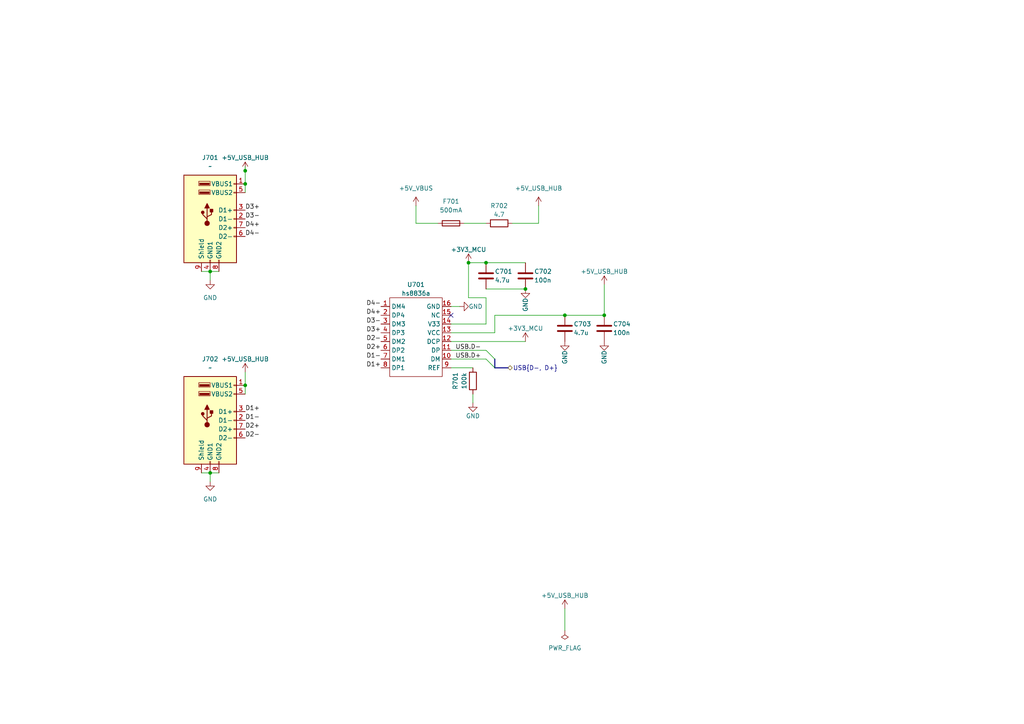
<source format=kicad_sch>
(kicad_sch (version 20221004) (generator eeschema)

  (uuid e57a3056-c728-4085-873b-3f197b64163b)

  (paper "A4")

  (lib_symbols
    (symbol "Connector:USB_A_Stacked" (pin_names (offset 1.016)) (in_bom yes) (on_board yes)
      (property "Reference" "J" (at 0 15.875 0)
        (effects (font (size 1.27 1.27)))
      )
      (property "Value" "USB_A_Stacked" (at 0 13.97 0)
        (effects (font (size 1.27 1.27)))
      )
      (property "Footprint" "" (at 3.81 -13.97 0)
        (effects (font (size 1.27 1.27)) (justify left) hide)
      )
      (property "Datasheet" " ~" (at 5.08 1.27 0)
        (effects (font (size 1.27 1.27)) hide)
      )
      (property "ki_keywords" "connector USB" (at 0 0 0)
        (effects (font (size 1.27 1.27)) hide)
      )
      (property "ki_description" "USB Type A connector, stacked" (at 0 0 0)
        (effects (font (size 1.27 1.27)) hide)
      )
      (property "ki_fp_filters" "USB*" (at 0 0 0)
        (effects (font (size 1.27 1.27)) hide)
      )
      (symbol "USB_A_Stacked_0_1"
        (rectangle (start -7.62 12.7) (end 7.62 -12.7)
          (stroke (width 0.254) (type default))
          (fill (type background))
        )
        (circle (center -2.159 1.905) (radius 0.381)
          (stroke (width 0.254) (type default))
          (fill (type outline))
        )
        (circle (center -0.889 -1.27) (radius 0.635)
          (stroke (width 0.254) (type default))
          (fill (type outline))
        )
        (rectangle (start -0.254 7.366) (end -3.048 7.874)
          (stroke (width 0) (type default))
          (fill (type outline))
        )
        (rectangle (start -0.254 9.906) (end -3.048 10.414)
          (stroke (width 0) (type default))
          (fill (type outline))
        )
        (rectangle (start -0.127 -12.7) (end 0.127 -11.938)
          (stroke (width 0) (type default))
          (fill (type none))
        )
        (polyline
          (pts
            (xy -1.524 3.175)
            (xy -0.254 3.175)
            (xy -0.889 4.445)
            (xy -1.524 3.175)
          )
          (stroke (width 0.254) (type default))
          (fill (type outline))
        )
        (polyline
          (pts
            (xy -0.889 -0.635)
            (xy -0.889 0)
            (xy -2.159 1.27)
            (xy -2.159 1.905)
          )
          (stroke (width 0.254) (type default))
          (fill (type none))
        )
        (polyline
          (pts
            (xy -0.889 0)
            (xy -0.889 0.635)
            (xy 0.381 1.27)
            (xy 0.381 2.54)
          )
          (stroke (width 0.254) (type default))
          (fill (type none))
        )
        (rectangle (start 0 2.794) (end 0.762 2.032)
          (stroke (width 0.254) (type default))
          (fill (type outline))
        )
        (rectangle (start 0 7.112) (end -3.302 8.382)
          (stroke (width 0) (type default))
          (fill (type none))
        )
        (rectangle (start 0 9.652) (end -3.302 10.922)
          (stroke (width 0) (type default))
          (fill (type none))
        )
        (rectangle (start 2.413 -12.7) (end 2.667 -11.938)
          (stroke (width 0) (type default))
          (fill (type none))
        )
        (rectangle (start 7.62 -5.207) (end 6.858 -4.953)
          (stroke (width 0) (type default))
          (fill (type none))
        )
        (rectangle (start 7.62 -2.667) (end 6.858 -2.413)
          (stroke (width 0) (type default))
          (fill (type none))
        )
        (rectangle (start 7.62 -0.127) (end 6.858 0.127)
          (stroke (width 0) (type default))
          (fill (type none))
        )
        (rectangle (start 7.62 2.413) (end 6.858 2.667)
          (stroke (width 0) (type default))
          (fill (type none))
        )
        (rectangle (start 7.62 7.493) (end 6.858 7.747)
          (stroke (width 0) (type default))
          (fill (type none))
        )
        (rectangle (start 7.62 10.033) (end 6.858 10.287)
          (stroke (width 0) (type default))
          (fill (type none))
        )
      )
      (symbol "USB_A_Stacked_1_1"
        (polyline
          (pts
            (xy -0.889 0.635)
            (xy -0.889 3.175)
          )
          (stroke (width 0.254) (type default))
          (fill (type none))
        )
        (pin power_in line (at 10.16 10.16 180) (length 2.54)
          (name "VBUS1" (effects (font (size 1.27 1.27))))
          (number "1" (effects (font (size 1.27 1.27))))
        )
        (pin bidirectional line (at 10.16 0 180) (length 2.54)
          (name "D1-" (effects (font (size 1.27 1.27))))
          (number "2" (effects (font (size 1.27 1.27))))
        )
        (pin bidirectional line (at 10.16 2.54 180) (length 2.54)
          (name "D1+" (effects (font (size 1.27 1.27))))
          (number "3" (effects (font (size 1.27 1.27))))
        )
        (pin power_in line (at 0 -15.24 90) (length 2.54)
          (name "GND1" (effects (font (size 1.27 1.27))))
          (number "4" (effects (font (size 1.27 1.27))))
        )
        (pin power_in line (at 10.16 7.62 180) (length 2.54)
          (name "VBUS2" (effects (font (size 1.27 1.27))))
          (number "5" (effects (font (size 1.27 1.27))))
        )
        (pin bidirectional line (at 10.16 -5.08 180) (length 2.54)
          (name "D2-" (effects (font (size 1.27 1.27))))
          (number "6" (effects (font (size 1.27 1.27))))
        )
        (pin bidirectional line (at 10.16 -2.54 180) (length 2.54)
          (name "D2+" (effects (font (size 1.27 1.27))))
          (number "7" (effects (font (size 1.27 1.27))))
        )
        (pin power_in line (at 2.54 -15.24 90) (length 2.54)
          (name "GND2" (effects (font (size 1.27 1.27))))
          (number "8" (effects (font (size 1.27 1.27))))
        )
        (pin passive line (at -2.54 -15.24 90) (length 2.54)
          (name "Shield" (effects (font (size 1.27 1.27))))
          (number "9" (effects (font (size 1.27 1.27))))
        )
      )
    )
    (symbol "Device:C" (pin_numbers hide) (pin_names (offset 0.254)) (in_bom yes) (on_board yes)
      (property "Reference" "C" (at 0.635 2.54 0)
        (effects (font (size 1.27 1.27)) (justify left))
      )
      (property "Value" "C" (at 0.635 -2.54 0)
        (effects (font (size 1.27 1.27)) (justify left))
      )
      (property "Footprint" "" (at 0.9652 -3.81 0)
        (effects (font (size 1.27 1.27)) hide)
      )
      (property "Datasheet" "~" (at 0 0 0)
        (effects (font (size 1.27 1.27)) hide)
      )
      (property "ki_keywords" "cap capacitor" (at 0 0 0)
        (effects (font (size 1.27 1.27)) hide)
      )
      (property "ki_description" "Unpolarized capacitor" (at 0 0 0)
        (effects (font (size 1.27 1.27)) hide)
      )
      (property "ki_fp_filters" "C_*" (at 0 0 0)
        (effects (font (size 1.27 1.27)) hide)
      )
      (symbol "C_0_1"
        (polyline
          (pts
            (xy -2.032 -0.762)
            (xy 2.032 -0.762)
          )
          (stroke (width 0.508) (type default))
          (fill (type none))
        )
        (polyline
          (pts
            (xy -2.032 0.762)
            (xy 2.032 0.762)
          )
          (stroke (width 0.508) (type default))
          (fill (type none))
        )
      )
      (symbol "C_1_1"
        (pin passive line (at 0 3.81 270) (length 2.794)
          (name "~" (effects (font (size 1.27 1.27))))
          (number "1" (effects (font (size 1.27 1.27))))
        )
        (pin passive line (at 0 -3.81 90) (length 2.794)
          (name "~" (effects (font (size 1.27 1.27))))
          (number "2" (effects (font (size 1.27 1.27))))
        )
      )
    )
    (symbol "Device:Fuse" (pin_numbers hide) (pin_names (offset 0)) (in_bom yes) (on_board yes)
      (property "Reference" "F" (at 2.032 0 90)
        (effects (font (size 1.27 1.27)))
      )
      (property "Value" "Fuse" (at -1.905 0 90)
        (effects (font (size 1.27 1.27)))
      )
      (property "Footprint" "" (at -1.778 0 90)
        (effects (font (size 1.27 1.27)) hide)
      )
      (property "Datasheet" "~" (at 0 0 0)
        (effects (font (size 1.27 1.27)) hide)
      )
      (property "ki_keywords" "fuse" (at 0 0 0)
        (effects (font (size 1.27 1.27)) hide)
      )
      (property "ki_description" "Fuse" (at 0 0 0)
        (effects (font (size 1.27 1.27)) hide)
      )
      (property "ki_fp_filters" "*Fuse*" (at 0 0 0)
        (effects (font (size 1.27 1.27)) hide)
      )
      (symbol "Fuse_0_1"
        (rectangle (start -0.762 -2.54) (end 0.762 2.54)
          (stroke (width 0.254) (type default))
          (fill (type none))
        )
        (polyline
          (pts
            (xy 0 2.54)
            (xy 0 -2.54)
          )
          (stroke (width 0) (type default))
          (fill (type none))
        )
      )
      (symbol "Fuse_1_1"
        (pin passive line (at 0 3.81 270) (length 1.27)
          (name "~" (effects (font (size 1.27 1.27))))
          (number "1" (effects (font (size 1.27 1.27))))
        )
        (pin passive line (at 0 -3.81 90) (length 1.27)
          (name "~" (effects (font (size 1.27 1.27))))
          (number "2" (effects (font (size 1.27 1.27))))
        )
      )
    )
    (symbol "Device:R" (pin_numbers hide) (pin_names (offset 0)) (in_bom yes) (on_board yes)
      (property "Reference" "R" (at 2.032 0 90)
        (effects (font (size 1.27 1.27)))
      )
      (property "Value" "R" (at 0 0 90)
        (effects (font (size 1.27 1.27)))
      )
      (property "Footprint" "" (at -1.778 0 90)
        (effects (font (size 1.27 1.27)) hide)
      )
      (property "Datasheet" "~" (at 0 0 0)
        (effects (font (size 1.27 1.27)) hide)
      )
      (property "ki_keywords" "R res resistor" (at 0 0 0)
        (effects (font (size 1.27 1.27)) hide)
      )
      (property "ki_description" "Resistor" (at 0 0 0)
        (effects (font (size 1.27 1.27)) hide)
      )
      (property "ki_fp_filters" "R_*" (at 0 0 0)
        (effects (font (size 1.27 1.27)) hide)
      )
      (symbol "R_0_1"
        (rectangle (start -1.016 -2.54) (end 1.016 2.54)
          (stroke (width 0.254) (type default))
          (fill (type none))
        )
      )
      (symbol "R_1_1"
        (pin passive line (at 0 3.81 270) (length 1.27)
          (name "~" (effects (font (size 1.27 1.27))))
          (number "1" (effects (font (size 1.27 1.27))))
        )
        (pin passive line (at 0 -3.81 90) (length 1.27)
          (name "~" (effects (font (size 1.27 1.27))))
          (number "2" (effects (font (size 1.27 1.27))))
        )
      )
    )
    (symbol "HS8836A:hs8836a" (in_bom yes) (on_board yes)
      (property "Reference" "U" (at 0 0 0)
        (effects (font (size 1.27 1.27)))
      )
      (property "Value" "hs8836a" (at 0 -2.54 0)
        (effects (font (size 1.27 1.27)))
      )
      (property "Footprint" "Package_SO:SOP-16_3.9x9.9mm_P1.27mm" (at 0 0 0)
        (effects (font (size 1.27 1.27)) hide)
      )
      (property "Datasheet" "" (at 0 0 0)
        (effects (font (size 1.27 1.27)) hide)
      )
      (symbol "hs8836a_0_1"
        (rectangle (start -7.62 -6.35) (end 7.62 -29.21)
          (stroke (width 0) (type default))
          (fill (type none))
        )
      )
      (symbol "hs8836a_1_1"
        (pin bidirectional line (at -10.16 -8.89 0) (length 2.54)
          (name "DM4" (effects (font (size 1.27 1.27))))
          (number "1" (effects (font (size 1.27 1.27))))
        )
        (pin bidirectional line (at 10.16 -24.13 180) (length 2.54)
          (name "DM" (effects (font (size 1.27 1.27))))
          (number "10" (effects (font (size 1.27 1.27))))
        )
        (pin bidirectional line (at 10.16 -21.59 180) (length 2.54)
          (name "DP" (effects (font (size 1.27 1.27))))
          (number "11" (effects (font (size 1.27 1.27))))
        )
        (pin power_out line (at 10.16 -19.05 180) (length 2.54)
          (name "DCP" (effects (font (size 1.27 1.27))))
          (number "12" (effects (font (size 1.27 1.27))))
        )
        (pin power_in line (at 10.16 -16.51 180) (length 2.54)
          (name "VCC" (effects (font (size 1.27 1.27))))
          (number "13" (effects (font (size 1.27 1.27))))
        )
        (pin power_in line (at 10.16 -13.97 180) (length 2.54)
          (name "V33" (effects (font (size 1.27 1.27))))
          (number "14" (effects (font (size 1.27 1.27))))
        )
        (pin power_in line (at 10.16 -11.43 180) (length 2.54)
          (name "NC" (effects (font (size 1.27 1.27))))
          (number "15" (effects (font (size 1.27 1.27))))
        )
        (pin power_in line (at 10.16 -8.89 180) (length 2.54)
          (name "GND" (effects (font (size 1.27 1.27))))
          (number "16" (effects (font (size 1.27 1.27))))
        )
        (pin bidirectional line (at -10.16 -11.43 0) (length 2.54)
          (name "DP4" (effects (font (size 1.27 1.27))))
          (number "2" (effects (font (size 1.27 1.27))))
        )
        (pin bidirectional line (at -10.16 -13.97 0) (length 2.54)
          (name "DM3" (effects (font (size 1.27 1.27))))
          (number "3" (effects (font (size 1.27 1.27))))
        )
        (pin bidirectional line (at -10.16 -16.51 0) (length 2.54)
          (name "DP3" (effects (font (size 1.27 1.27))))
          (number "4" (effects (font (size 1.27 1.27))))
        )
        (pin bidirectional line (at -10.16 -19.05 0) (length 2.54)
          (name "DM2" (effects (font (size 1.27 1.27))))
          (number "5" (effects (font (size 1.27 1.27))))
        )
        (pin bidirectional line (at -10.16 -21.59 0) (length 2.54)
          (name "DP2" (effects (font (size 1.27 1.27))))
          (number "6" (effects (font (size 1.27 1.27))))
        )
        (pin bidirectional line (at -10.16 -24.13 0) (length 2.54)
          (name "DM1" (effects (font (size 1.27 1.27))))
          (number "7" (effects (font (size 1.27 1.27))))
        )
        (pin bidirectional line (at -10.16 -26.67 0) (length 2.54)
          (name "DP1" (effects (font (size 1.27 1.27))))
          (number "8" (effects (font (size 1.27 1.27))))
        )
        (pin input line (at 10.16 -26.67 180) (length 2.54)
          (name "REF" (effects (font (size 1.27 1.27))))
          (number "9" (effects (font (size 1.27 1.27))))
        )
      )
    )
    (symbol "power:GND" (power) (pin_names (offset 0)) (in_bom yes) (on_board yes)
      (property "Reference" "#PWR" (at 0 -6.35 0)
        (effects (font (size 1.27 1.27)) hide)
      )
      (property "Value" "GND" (at 0 -3.81 0)
        (effects (font (size 1.27 1.27)))
      )
      (property "Footprint" "" (at 0 0 0)
        (effects (font (size 1.27 1.27)) hide)
      )
      (property "Datasheet" "" (at 0 0 0)
        (effects (font (size 1.27 1.27)) hide)
      )
      (property "ki_keywords" "power-flag" (at 0 0 0)
        (effects (font (size 1.27 1.27)) hide)
      )
      (property "ki_description" "Power symbol creates a global label with name \"GND\" , ground" (at 0 0 0)
        (effects (font (size 1.27 1.27)) hide)
      )
      (symbol "GND_0_1"
        (polyline
          (pts
            (xy 0 0)
            (xy 0 -1.27)
            (xy 1.27 -1.27)
            (xy 0 -2.54)
            (xy -1.27 -1.27)
            (xy 0 -1.27)
          )
          (stroke (width 0) (type default))
          (fill (type none))
        )
      )
      (symbol "GND_1_1"
        (pin power_in line (at 0 0 270) (length 0) hide
          (name "GND" (effects (font (size 1.27 1.27))))
          (number "1" (effects (font (size 1.27 1.27))))
        )
      )
    )
    (symbol "power:PWR_FLAG" (power) (pin_numbers hide) (pin_names (offset 0) hide) (in_bom yes) (on_board yes)
      (property "Reference" "#FLG" (at 0 1.905 0)
        (effects (font (size 1.27 1.27)) hide)
      )
      (property "Value" "PWR_FLAG" (at 0 3.81 0)
        (effects (font (size 1.27 1.27)))
      )
      (property "Footprint" "" (at 0 0 0)
        (effects (font (size 1.27 1.27)) hide)
      )
      (property "Datasheet" "~" (at 0 0 0)
        (effects (font (size 1.27 1.27)) hide)
      )
      (property "ki_keywords" "power-flag" (at 0 0 0)
        (effects (font (size 1.27 1.27)) hide)
      )
      (property "ki_description" "Special symbol for telling ERC where power comes from" (at 0 0 0)
        (effects (font (size 1.27 1.27)) hide)
      )
      (symbol "PWR_FLAG_0_0"
        (pin power_out line (at 0 0 90) (length 0)
          (name "pwr" (effects (font (size 1.27 1.27))))
          (number "1" (effects (font (size 1.27 1.27))))
        )
      )
      (symbol "PWR_FLAG_0_1"
        (polyline
          (pts
            (xy 0 0)
            (xy 0 1.27)
            (xy -1.016 1.905)
            (xy 0 2.54)
            (xy 1.016 1.905)
            (xy 0 1.27)
          )
          (stroke (width 0) (type default))
          (fill (type none))
        )
      )
    )
    (symbol "project_power:+3V3_MCU" (power) (pin_names (offset 0)) (in_bom yes) (on_board yes)
      (property "Reference" "#PWR" (at 0 -3.81 0)
        (effects (font (size 1.27 1.27)) hide)
      )
      (property "Value" "+3V3_MCU" (at 0 3.556 0)
        (effects (font (size 1.27 1.27)))
      )
      (property "Footprint" "" (at 0 0 0)
        (effects (font (size 1.27 1.27)) hide)
      )
      (property "Datasheet" "" (at 0 0 0)
        (effects (font (size 1.27 1.27)) hide)
      )
      (property "ki_keywords" "power-flag" (at 0 0 0)
        (effects (font (size 1.27 1.27)) hide)
      )
      (property "ki_description" "Power symbol creates a global label with name \"+3V3_MCU\"" (at 0 0 0)
        (effects (font (size 1.27 1.27)) hide)
      )
      (symbol "+3V3_MCU_0_1"
        (polyline
          (pts
            (xy -0.762 1.27)
            (xy 0 2.54)
          )
          (stroke (width 0) (type default))
          (fill (type none))
        )
        (polyline
          (pts
            (xy 0 0)
            (xy 0 2.54)
          )
          (stroke (width 0) (type default))
          (fill (type none))
        )
        (polyline
          (pts
            (xy 0 2.54)
            (xy 0.762 1.27)
          )
          (stroke (width 0) (type default))
          (fill (type none))
        )
      )
      (symbol "+3V3_MCU_1_1"
        (pin power_in line (at 0 0 90) (length 0) hide
          (name "+3V3_MCU" (effects (font (size 1.27 1.27))))
          (number "1" (effects (font (size 1.27 1.27))))
        )
      )
    )
    (symbol "project_power:+5V_USB_HUB" (power) (pin_names (offset 0)) (in_bom yes) (on_board yes)
      (property "Reference" "#PWR" (at 0 -3.81 0)
        (effects (font (size 1.27 1.27)) hide)
      )
      (property "Value" "+5V_USB_HUB" (at 0 3.556 0)
        (effects (font (size 1.27 1.27)))
      )
      (property "Footprint" "" (at 0 0 0)
        (effects (font (size 1.27 1.27)) hide)
      )
      (property "Datasheet" "" (at 0 0 0)
        (effects (font (size 1.27 1.27)) hide)
      )
      (property "ki_keywords" "power-flag" (at 0 0 0)
        (effects (font (size 1.27 1.27)) hide)
      )
      (property "ki_description" "Power symbol creates a global label with name \"+5V\"" (at 0 0 0)
        (effects (font (size 1.27 1.27)) hide)
      )
      (symbol "+5V_USB_HUB_0_1"
        (polyline
          (pts
            (xy -0.762 1.27)
            (xy 0 2.54)
          )
          (stroke (width 0) (type default))
          (fill (type none))
        )
        (polyline
          (pts
            (xy 0 0)
            (xy 0 2.54)
          )
          (stroke (width 0) (type default))
          (fill (type none))
        )
        (polyline
          (pts
            (xy 0 2.54)
            (xy 0.762 1.27)
          )
          (stroke (width 0) (type default))
          (fill (type none))
        )
      )
      (symbol "+5V_USB_HUB_1_1"
        (pin power_in line (at 0 0 90) (length 0) hide
          (name "+5V_USB_HUB" (effects (font (size 1.27 1.27))))
          (number "1" (effects (font (size 1.27 1.27))))
        )
      )
    )
    (symbol "project_power:+5V_VBUS" (power) (pin_names (offset 0)) (in_bom yes) (on_board yes)
      (property "Reference" "#PWR" (at 0 -3.81 0)
        (effects (font (size 1.27 1.27)) hide)
      )
      (property "Value" "+5V_VBUS" (at 0 3.556 0)
        (effects (font (size 1.27 1.27)))
      )
      (property "Footprint" "" (at 0 0 0)
        (effects (font (size 1.27 1.27)) hide)
      )
      (property "Datasheet" "" (at 0 0 0)
        (effects (font (size 1.27 1.27)) hide)
      )
      (property "ki_keywords" "power-flag" (at 0 0 0)
        (effects (font (size 1.27 1.27)) hide)
      )
      (property "ki_description" "Power symbol creates a global label with name \"+5V\"" (at 0 0 0)
        (effects (font (size 1.27 1.27)) hide)
      )
      (symbol "+5V_VBUS_0_1"
        (polyline
          (pts
            (xy -0.762 1.27)
            (xy 0 2.54)
          )
          (stroke (width 0) (type default))
          (fill (type none))
        )
        (polyline
          (pts
            (xy 0 0)
            (xy 0 2.54)
          )
          (stroke (width 0) (type default))
          (fill (type none))
        )
        (polyline
          (pts
            (xy 0 2.54)
            (xy 0.762 1.27)
          )
          (stroke (width 0) (type default))
          (fill (type none))
        )
      )
      (symbol "+5V_VBUS_1_1"
        (pin power_in line (at 0 0 90) (length 0) hide
          (name "+5V_VBUS" (effects (font (size 1.27 1.27))))
          (number "1" (effects (font (size 1.27 1.27))))
        )
      )
    )
  )

  (junction (at 60.96 78.74) (diameter 0) (color 0 0 0 0)
    (uuid 28fd987e-e380-41ce-86f5-ad0046c42057)
  )
  (junction (at 140.97 76.2) (diameter 0) (color 0 0 0 0)
    (uuid 2b2d55aa-2138-41fd-b1ed-f8a13cf75240)
  )
  (junction (at 135.89 76.2) (diameter 0) (color 0 0 0 0)
    (uuid 3bc23e5e-d41f-4244-9d64-8b49a712f11e)
  )
  (junction (at 71.12 53.34) (diameter 0) (color 0 0 0 0)
    (uuid 3d4e6628-4e1d-41f7-ae23-9c1cc6598b11)
  )
  (junction (at 71.12 49.53) (diameter 0) (color 0 0 0 0)
    (uuid a1f9c10c-0afd-4f5b-87ba-5b2022cbd49d)
  )
  (junction (at 60.96 137.16) (diameter 0) (color 0 0 0 0)
    (uuid bcc03aff-1563-4788-ad68-a8171177079b)
  )
  (junction (at 152.4 83.82) (diameter 0) (color 0 0 0 0)
    (uuid c305fe26-3310-41ab-b06e-aa1c755f3a7f)
  )
  (junction (at 175.26 91.44) (diameter 0) (color 0 0 0 0)
    (uuid d98e5eb6-ac13-473b-ba70-82d4370966e6)
  )
  (junction (at 163.83 91.44) (diameter 0) (color 0 0 0 0)
    (uuid f1773ed6-aaab-411d-b31c-455e76bae150)
  )
  (junction (at 71.12 111.76) (diameter 0) (color 0 0 0 0)
    (uuid ff91b615-9640-4265-b870-4045f06567cb)
  )

  (no_connect (at 130.81 91.44) (uuid ce6ef4b4-e684-4fef-aabf-fe9a7dd34453))

  (bus_entry (at 140.97 104.14) (size 2.54 2.54)
    (stroke (width 0) (type default))
    (uuid d497965c-4cef-4d31-90f3-3a66de401d22)
  )
  (bus_entry (at 140.97 101.6) (size 2.54 2.54)
    (stroke (width 0) (type default))
    (uuid e0a3226b-8183-4b19-922f-6ab00e6a19a0)
  )

  (wire (pts (xy 60.96 137.16) (xy 60.96 139.7))
    (stroke (width 0) (type default))
    (uuid 0cbc4e3d-fd7c-44f8-bbc6-3f3fa99e29db)
  )
  (wire (pts (xy 135.89 76.2) (xy 135.89 86.36))
    (stroke (width 0) (type default))
    (uuid 0f0d14bc-57d5-4afe-9f5e-fb3c2a7383d7)
  )
  (wire (pts (xy 127 64.77) (xy 120.65 64.77))
    (stroke (width 0) (type default))
    (uuid 13655552-3a70-4689-a580-4f09461cb236)
  )
  (wire (pts (xy 58.42 137.16) (xy 60.96 137.16))
    (stroke (width 0) (type default))
    (uuid 324cd5f7-7a10-4958-9393-7f06dd109e58)
  )
  (wire (pts (xy 71.12 53.34) (xy 71.12 49.53))
    (stroke (width 0) (type default))
    (uuid 369fcc2d-1da2-402c-8729-e32f17b7e494)
  )
  (wire (pts (xy 156.21 64.77) (xy 156.21 59.69))
    (stroke (width 0) (type default))
    (uuid 38037a99-d38a-4761-b475-85dae6a45c5b)
  )
  (wire (pts (xy 143.51 91.44) (xy 163.83 91.44))
    (stroke (width 0) (type default))
    (uuid 388bf3e7-bd46-48ce-98a0-bd9be904611b)
  )
  (wire (pts (xy 134.62 64.77) (xy 140.97 64.77))
    (stroke (width 0) (type default))
    (uuid 4784b1f0-7bf5-4936-be77-4f6a30c2c16f)
  )
  (wire (pts (xy 137.16 116.84) (xy 137.16 114.3))
    (stroke (width 0) (type default))
    (uuid 4af00451-ad83-4a41-85ab-e32d4ec292e8)
  )
  (wire (pts (xy 140.97 86.36) (xy 140.97 93.98))
    (stroke (width 0) (type default))
    (uuid 4b37bfa8-e002-4a91-9ca8-659cea342303)
  )
  (wire (pts (xy 148.59 64.77) (xy 156.21 64.77))
    (stroke (width 0) (type default))
    (uuid 604d89a1-fbad-454f-a269-51278913a47c)
  )
  (wire (pts (xy 140.97 83.82) (xy 152.4 83.82))
    (stroke (width 0) (type default))
    (uuid 64a09e48-7e9b-4aba-bec2-91ac502016f8)
  )
  (wire (pts (xy 163.83 176.53) (xy 163.83 182.88))
    (stroke (width 0) (type default))
    (uuid 6bf107a9-353d-4664-9b52-dc16af2e98f2)
  )
  (wire (pts (xy 130.81 96.52) (xy 143.51 96.52))
    (stroke (width 0) (type default))
    (uuid 7308321d-ad97-4426-82a1-5c89476c8462)
  )
  (wire (pts (xy 60.96 78.74) (xy 60.96 81.28))
    (stroke (width 0) (type default))
    (uuid 7f03ff49-2e32-4f68-8ee6-8331c068ae93)
  )
  (bus (pts (xy 143.51 104.14) (xy 143.51 106.68))
    (stroke (width 0) (type default))
    (uuid 86656ae1-1498-4f17-b443-a52d883d9256)
  )

  (wire (pts (xy 71.12 114.3) (xy 71.12 111.76))
    (stroke (width 0) (type default))
    (uuid 9129b50d-00c6-459a-979e-6a032d1bb307)
  )
  (wire (pts (xy 71.12 55.88) (xy 71.12 53.34))
    (stroke (width 0) (type default))
    (uuid 935b2584-5dec-4d5d-bd63-d027261b3d89)
  )
  (wire (pts (xy 163.83 91.44) (xy 175.26 91.44))
    (stroke (width 0) (type default))
    (uuid a4541753-9c57-44e6-a2bd-dada5b8e4cce)
  )
  (wire (pts (xy 130.81 106.68) (xy 137.16 106.68))
    (stroke (width 0) (type default))
    (uuid a49b9ad4-c288-4c14-97c2-c2bdb045e814)
  )
  (wire (pts (xy 140.97 93.98) (xy 130.81 93.98))
    (stroke (width 0) (type default))
    (uuid a8b2ce74-529b-40f8-81f7-d864ef3af76b)
  )
  (wire (pts (xy 130.81 99.06) (xy 152.4 99.06))
    (stroke (width 0) (type default))
    (uuid acb0c2f1-2b27-432b-b3d7-abbe7c4f2a8d)
  )
  (wire (pts (xy 60.96 137.16) (xy 63.5 137.16))
    (stroke (width 0) (type default))
    (uuid af77219c-78dc-4d53-9a7f-21214fe3b9ab)
  )
  (wire (pts (xy 130.81 88.9) (xy 133.35 88.9))
    (stroke (width 0) (type default))
    (uuid b8e695cf-66fb-4f7d-ba7d-499ffd7e197c)
  )
  (wire (pts (xy 135.89 76.2) (xy 140.97 76.2))
    (stroke (width 0) (type default))
    (uuid bdfc04bd-ba86-4038-bea1-e948d94c2b96)
  )
  (wire (pts (xy 130.81 101.6) (xy 140.97 101.6))
    (stroke (width 0) (type default))
    (uuid c187969f-bd55-46b1-a2bf-1d2e174ed693)
  )
  (wire (pts (xy 140.97 76.2) (xy 152.4 76.2))
    (stroke (width 0) (type default))
    (uuid c319ef00-51a3-4dc3-9b43-1c5332a7710b)
  )
  (wire (pts (xy 130.81 104.14) (xy 140.97 104.14))
    (stroke (width 0) (type default))
    (uuid ca3c2d1d-80aa-429e-97b4-d8a3b860c754)
  )
  (wire (pts (xy 135.89 86.36) (xy 140.97 86.36))
    (stroke (width 0) (type default))
    (uuid d3d50487-f527-41e1-8243-de0b5121a77e)
  )
  (wire (pts (xy 71.12 49.53) (xy 71.12 48.26))
    (stroke (width 0) (type default))
    (uuid d4244bcc-9739-40aa-ab35-bf7ebb758f03)
  )
  (bus (pts (xy 143.51 106.68) (xy 147.32 106.68))
    (stroke (width 0) (type default))
    (uuid eccaf071-081c-42ae-8983-7f132c0fdd78)
  )

  (wire (pts (xy 58.42 78.74) (xy 60.96 78.74))
    (stroke (width 0) (type default))
    (uuid ed0f36b2-9545-43fe-8f1a-f1671bc77fce)
  )
  (wire (pts (xy 143.51 91.44) (xy 143.51 96.52))
    (stroke (width 0) (type default))
    (uuid f1443a6a-96ab-417f-9bcc-59d0911605f6)
  )
  (wire (pts (xy 175.26 82.55) (xy 175.26 91.44))
    (stroke (width 0) (type default))
    (uuid f501a79d-5524-416a-a0eb-6bdac579be5e)
  )
  (wire (pts (xy 71.12 107.95) (xy 71.12 111.76))
    (stroke (width 0) (type default))
    (uuid f95abd18-c7dd-425f-a2fe-de180919bc89)
  )
  (wire (pts (xy 60.96 78.74) (xy 63.5 78.74))
    (stroke (width 0) (type default))
    (uuid fd418a23-1236-423f-8ab6-a2e0d17913d4)
  )
  (wire (pts (xy 120.65 64.77) (xy 120.65 59.69))
    (stroke (width 0) (type default))
    (uuid ff91915b-be84-476e-b119-47868cb211f6)
  )

  (label "D1+" (at 110.49 106.68 180) (fields_autoplaced)
    (effects (font (size 1.27 1.27)) (justify right bottom))
    (uuid 061f536c-2d16-405e-a6d6-943ed92f036b)
  )
  (label "D2+" (at 110.49 101.6 180) (fields_autoplaced)
    (effects (font (size 1.27 1.27)) (justify right bottom))
    (uuid 101f0c66-43b5-4a32-b3f6-f39bf21d35b9)
  )
  (label "D1-" (at 71.12 121.92 0) (fields_autoplaced)
    (effects (font (size 1.27 1.27)) (justify left bottom))
    (uuid 289a8436-5937-448f-987f-5c764db0730b)
  )
  (label "USB.D+" (at 132.08 104.14 0) (fields_autoplaced)
    (effects (font (size 1.27 1.27)) (justify left bottom))
    (uuid 29349034-d235-459c-8d7d-2fcee097cb9e)
  )
  (label "D4+" (at 110.49 91.44 180) (fields_autoplaced)
    (effects (font (size 1.27 1.27)) (justify right bottom))
    (uuid 30c2a972-1365-4557-91bf-9ebe0bcd67fd)
  )
  (label "D1+" (at 71.12 119.38 0) (fields_autoplaced)
    (effects (font (size 1.27 1.27)) (justify left bottom))
    (uuid 32ece513-9b4b-4048-bed1-57ffeadf946f)
  )
  (label "USB.D-" (at 132.08 101.6 0) (fields_autoplaced)
    (effects (font (size 1.27 1.27)) (justify left bottom))
    (uuid 34c8fcc8-6580-4a0c-a8f2-5aae99527f4e)
  )
  (label "D3-" (at 110.49 93.98 180) (fields_autoplaced)
    (effects (font (size 1.27 1.27)) (justify right bottom))
    (uuid 4451d0b4-dfb2-422a-8a35-d2e99bfa868d)
  )
  (label "D3+" (at 110.49 96.52 180) (fields_autoplaced)
    (effects (font (size 1.27 1.27)) (justify right bottom))
    (uuid 4c5e7c70-749f-4656-a0e6-ee1ab04e3684)
  )
  (label "D4+" (at 71.12 66.04 0) (fields_autoplaced)
    (effects (font (size 1.27 1.27)) (justify left bottom))
    (uuid 63e70b2b-ae6a-4014-88bf-4c2c76bc6fc6)
  )
  (label "D4-" (at 110.49 88.9 180) (fields_autoplaced)
    (effects (font (size 1.27 1.27)) (justify right bottom))
    (uuid 728e545f-6939-4e87-87b4-4025d2f7007d)
  )
  (label "D2-" (at 110.49 99.06 180) (fields_autoplaced)
    (effects (font (size 1.27 1.27)) (justify right bottom))
    (uuid 90b58e90-0947-48db-8aad-17dd529d30f3)
  )
  (label "D2-" (at 71.12 127 0) (fields_autoplaced)
    (effects (font (size 1.27 1.27)) (justify left bottom))
    (uuid 91078153-7cf1-4d39-a8f8-c0cb2348c314)
  )
  (label "D3+" (at 71.12 60.96 0) (fields_autoplaced)
    (effects (font (size 1.27 1.27)) (justify left bottom))
    (uuid 9ca65ec0-d87c-4679-af1b-e0f57c81f2da)
  )
  (label "D4-" (at 71.12 68.58 0) (fields_autoplaced)
    (effects (font (size 1.27 1.27)) (justify left bottom))
    (uuid ac88a5b5-700d-4e6a-9ca9-335264e85aba)
  )
  (label "D1-" (at 110.49 104.14 180) (fields_autoplaced)
    (effects (font (size 1.27 1.27)) (justify right bottom))
    (uuid bb38e104-ea54-4ee1-8f39-e1675eebe9f7)
  )
  (label "D3-" (at 71.12 63.5 0) (fields_autoplaced)
    (effects (font (size 1.27 1.27)) (justify left bottom))
    (uuid c46b450a-a6e4-44cd-8a2c-56771813af1c)
  )
  (label "D2+" (at 71.12 124.46 0) (fields_autoplaced)
    (effects (font (size 1.27 1.27)) (justify left bottom))
    (uuid db430ae0-7cbb-4efd-9197-3d2ff838b0ae)
  )

  (hierarchical_label "USB{D-, D+}" (shape bidirectional) (at 147.32 106.68 0) (fields_autoplaced)
    (effects (font (size 1.27 1.27)) (justify left))
    (uuid 13b99e5b-1be7-48e2-961a-0d49c6ebdfab)
  )

  (symbol (lib_id "Device:R") (at 144.78 64.77 90) (unit 1)
    (in_bom yes) (on_board yes) (dnp no)
    (uuid 0c143067-2e8f-46c3-92c9-3b58cc15819f)
    (property "Reference" "R702" (at 144.78 59.69 90)
      (effects (font (size 1.27 1.27)))
    )
    (property "Value" "4.7" (at 144.78 62.23 90)
      (effects (font (size 1.27 1.27)))
    )
    (property "Footprint" "Resistor_SMD:R_0603_1608Metric_Pad0.98x0.95mm_HandSolder" (at 144.78 66.548 90)
      (effects (font (size 1.27 1.27)) hide)
    )
    (property "Datasheet" "~" (at 144.78 64.77 0)
      (effects (font (size 1.27 1.27)) hide)
    )
    (pin "1" (uuid b44185ef-affc-463d-8e7f-482880f3ede3))
    (pin "2" (uuid 2c0de4a3-4f1d-483d-942c-fa80765ff2e2))
    (instances
      (project "mainboard"
        (path "/e63e39d7-6ac0-4ffd-8aa3-1841a4541b55/90a5bc85-07ac-4ee1-af41-887c984cc4b9/51111487-80c0-4835-8136-aa58f0849e66"
          (reference "R702") (unit 1) (value "4.7") (footprint "Resistor_SMD:R_0603_1608Metric_Pad0.98x0.95mm_HandSolder")
        )
      )
    )
  )

  (symbol (lib_id "project_power:+5V_USB_HUB") (at 175.26 82.55 0) (unit 1)
    (in_bom yes) (on_board yes) (dnp no)
    (uuid 1cf1d14d-4706-4989-a4c0-c8ea5682e0a9)
    (property "Reference" "#PWR0157" (at 181.61 85.09 0)
      (effects (font (size 1.27 1.27)) hide)
    )
    (property "Value" "+5V_USB_HUB" (at 175.26 78.74 0)
      (effects (font (size 1.27 1.27)))
    )
    (property "Footprint" "" (at 175.26 82.55 0)
      (effects (font (size 1.27 1.27)) hide)
    )
    (property "Datasheet" "" (at 175.26 82.55 0)
      (effects (font (size 1.27 1.27)) hide)
    )
    (pin "1" (uuid e20ade2e-07a7-4de5-9413-59473f384a0c))
    (instances
      (project "mainboard"
        (path "/e63e39d7-6ac0-4ffd-8aa3-1841a4541b55/90a5bc85-07ac-4ee1-af41-887c984cc4b9/51111487-80c0-4835-8136-aa58f0849e66"
          (reference "#PWR0157") (unit 1) (value "+5V_USB_HUB") (footprint "")
        )
      )
    )
  )

  (symbol (lib_id "power:GND") (at 152.4 83.82 0) (unit 1)
    (in_bom yes) (on_board yes) (dnp no)
    (uuid 289c2385-a94e-42b7-b571-aff7496d34e0)
    (property "Reference" "#PWR0710" (at 152.4 90.17 0)
      (effects (font (size 1.27 1.27)) hide)
    )
    (property "Value" "GND" (at 152.4 86.36 90)
      (effects (font (size 1.27 1.27)) (justify right))
    )
    (property "Footprint" "" (at 152.4 83.82 0)
      (effects (font (size 1.27 1.27)) hide)
    )
    (property "Datasheet" "" (at 152.4 83.82 0)
      (effects (font (size 1.27 1.27)) hide)
    )
    (pin "1" (uuid b3b6fed6-9116-408e-9754-da02cf59f3a7))
    (instances
      (project "mainboard"
        (path "/e63e39d7-6ac0-4ffd-8aa3-1841a4541b55/90a5bc85-07ac-4ee1-af41-887c984cc4b9/51111487-80c0-4835-8136-aa58f0849e66"
          (reference "#PWR0710") (unit 1) (value "GND") (footprint "")
        )
      )
    )
  )

  (symbol (lib_id "project_power:+3V3_MCU") (at 135.89 76.2 0) (unit 1)
    (in_bom yes) (on_board yes) (dnp no) (fields_autoplaced)
    (uuid 446578fe-9a3d-4f67-bdfb-dc7c6ad274e6)
    (property "Reference" "#PWR?" (at 135.89 80.01 0)
      (effects (font (size 1.27 1.27)) hide)
    )
    (property "Value" "+3V3_MCU" (at 135.89 72.39 0)
      (effects (font (size 1.27 1.27)))
    )
    (property "Footprint" "" (at 135.89 76.2 0)
      (effects (font (size 1.27 1.27)) hide)
    )
    (property "Datasheet" "" (at 135.89 76.2 0)
      (effects (font (size 1.27 1.27)) hide)
    )
    (pin "1" (uuid dd87e5d3-f0ff-4444-b65b-60099f607853))
    (instances
      (project "mainboard"
        (path "/e63e39d7-6ac0-4ffd-8aa3-1841a4541b55/90a5bc85-07ac-4ee1-af41-887c984cc4b9"
          (reference "#PWR?") (unit 1) (value "+3V3_MCU") (footprint "")
        )
        (path "/e63e39d7-6ac0-4ffd-8aa3-1841a4541b55/90a5bc85-07ac-4ee1-af41-887c984cc4b9/51111487-80c0-4835-8136-aa58f0849e66"
          (reference "#PWR0156") (unit 1) (value "+3V3_MCU") (footprint "")
        )
      )
    )
  )

  (symbol (lib_id "Connector:USB_A_Stacked") (at 60.96 63.5 0) (unit 1)
    (in_bom yes) (on_board yes) (dnp no) (fields_autoplaced)
    (uuid 4d8742bb-4316-4638-805b-222f79ef3f8d)
    (property "Reference" "J701" (at 60.96 45.72 0)
      (effects (font (size 1.27 1.27)))
    )
    (property "Value" "~" (at 60.96 48.26 0)
      (effects (font (size 1.27 1.27)))
    )
    (property "Footprint" "Connector_USB:USB_A_Wuerth_61400826021_Horizontal_Stacked" (at 64.77 77.47 0)
      (effects (font (size 1.27 1.27)) (justify left) hide)
    )
    (property "Datasheet" " ~" (at 66.04 62.23 0)
      (effects (font (size 1.27 1.27)) hide)
    )
    (pin "1" (uuid e48348ee-ec1e-4d32-a178-efb514f2a5d6))
    (pin "2" (uuid 458ec855-7ef6-4ffc-8310-beeb41b644bd))
    (pin "3" (uuid 8b4cf5fe-c695-40f8-83d3-ed56721a2402))
    (pin "4" (uuid 57cd41e7-d26d-406a-bb56-e28e7cd03230))
    (pin "5" (uuid 0783d8a2-6fdf-4af4-a24b-3a15ab1e2709))
    (pin "6" (uuid 7f03f572-3295-44fb-81fb-219c5e20c28d))
    (pin "7" (uuid a53249e3-8ad1-454c-bc5e-56be76f01e4d))
    (pin "8" (uuid bfd5256b-860d-4133-a804-0b53fee0d865))
    (pin "9" (uuid e16a840d-7741-4704-9468-39887cecf2a1))
    (instances
      (project "mainboard"
        (path "/e63e39d7-6ac0-4ffd-8aa3-1841a4541b55/90a5bc85-07ac-4ee1-af41-887c984cc4b9/51111487-80c0-4835-8136-aa58f0849e66"
          (reference "J701") (unit 1) (value "~") (footprint "Connector_USB:USB_A_Wuerth_61400826021_Horizontal_Stacked")
        )
      )
    )
  )

  (symbol (lib_id "project_power:+5V_USB_HUB") (at 163.83 176.53 0) (unit 1)
    (in_bom yes) (on_board yes) (dnp no)
    (uuid 598d2281-6bf3-4694-a9ce-155e20c2d07d)
    (property "Reference" "#PWR0713" (at 163.83 180.34 0)
      (effects (font (size 1.27 1.27)) hide)
    )
    (property "Value" "+5V_USB_HUB" (at 163.83 172.72 0)
      (effects (font (size 1.27 1.27)))
    )
    (property "Footprint" "" (at 163.83 176.53 0)
      (effects (font (size 1.27 1.27)) hide)
    )
    (property "Datasheet" "" (at 163.83 176.53 0)
      (effects (font (size 1.27 1.27)) hide)
    )
    (pin "1" (uuid 01215781-411d-4095-80bc-91d9db45fe6c))
    (instances
      (project "mainboard"
        (path "/e63e39d7-6ac0-4ffd-8aa3-1841a4541b55/90a5bc85-07ac-4ee1-af41-887c984cc4b9/51111487-80c0-4835-8136-aa58f0849e66"
          (reference "#PWR0713") (unit 1) (value "+5V_USB_HUB") (footprint "")
        )
      )
    )
  )

  (symbol (lib_id "power:GND") (at 133.35 88.9 90) (unit 1)
    (in_bom yes) (on_board yes) (dnp no)
    (uuid 5f67ab36-7bd8-4006-83d5-26587d893cde)
    (property "Reference" "#PWR0706" (at 139.7 88.9 0)
      (effects (font (size 1.27 1.27)) hide)
    )
    (property "Value" "GND" (at 135.89 88.9 90)
      (effects (font (size 1.27 1.27)) (justify right))
    )
    (property "Footprint" "" (at 133.35 88.9 0)
      (effects (font (size 1.27 1.27)) hide)
    )
    (property "Datasheet" "" (at 133.35 88.9 0)
      (effects (font (size 1.27 1.27)) hide)
    )
    (pin "1" (uuid 6f176139-44a1-456a-acf8-ece4292a71d3))
    (instances
      (project "mainboard"
        (path "/e63e39d7-6ac0-4ffd-8aa3-1841a4541b55/90a5bc85-07ac-4ee1-af41-887c984cc4b9/51111487-80c0-4835-8136-aa58f0849e66"
          (reference "#PWR0706") (unit 1) (value "GND") (footprint "")
        )
      )
    )
  )

  (symbol (lib_id "power:GND") (at 175.26 99.06 0) (unit 1)
    (in_bom yes) (on_board yes) (dnp no)
    (uuid 6be26fbb-2d48-4307-866a-9734c3cd1537)
    (property "Reference" "#PWR0714" (at 175.26 105.41 0)
      (effects (font (size 1.27 1.27)) hide)
    )
    (property "Value" "GND" (at 175.26 101.6 90)
      (effects (font (size 1.27 1.27)) (justify right))
    )
    (property "Footprint" "" (at 175.26 99.06 0)
      (effects (font (size 1.27 1.27)) hide)
    )
    (property "Datasheet" "" (at 175.26 99.06 0)
      (effects (font (size 1.27 1.27)) hide)
    )
    (pin "1" (uuid 8b7abdc6-36d3-47e1-a08d-d22698714b0c))
    (instances
      (project "mainboard"
        (path "/e63e39d7-6ac0-4ffd-8aa3-1841a4541b55/90a5bc85-07ac-4ee1-af41-887c984cc4b9/51111487-80c0-4835-8136-aa58f0849e66"
          (reference "#PWR0714") (unit 1) (value "GND") (footprint "")
        )
      )
    )
  )

  (symbol (lib_id "project_power:+5V_USB_HUB") (at 71.12 49.53 0) (unit 1)
    (in_bom yes) (on_board yes) (dnp no)
    (uuid 6c67883b-f7c6-4023-9cd4-50be888d6870)
    (property "Reference" "#PWR0703" (at 71.12 53.34 0)
      (effects (font (size 1.27 1.27)) hide)
    )
    (property "Value" "+5V_USB_HUB" (at 71.12 45.72 0)
      (effects (font (size 1.27 1.27)))
    )
    (property "Footprint" "" (at 71.12 49.53 0)
      (effects (font (size 1.27 1.27)) hide)
    )
    (property "Datasheet" "" (at 71.12 49.53 0)
      (effects (font (size 1.27 1.27)) hide)
    )
    (pin "1" (uuid a1635036-9776-491e-b8dd-a60c531e1ce4))
    (instances
      (project "mainboard"
        (path "/e63e39d7-6ac0-4ffd-8aa3-1841a4541b55/90a5bc85-07ac-4ee1-af41-887c984cc4b9/51111487-80c0-4835-8136-aa58f0849e66"
          (reference "#PWR0703") (unit 1) (value "+5V_USB_HUB") (footprint "")
        )
      )
    )
  )

  (symbol (lib_id "power:GND") (at 137.16 116.84 0) (unit 1)
    (in_bom yes) (on_board yes) (dnp no) (fields_autoplaced)
    (uuid 6ccab7da-27b8-4242-8979-b6dcc88b93bc)
    (property "Reference" "#PWR0708" (at 137.16 123.19 0)
      (effects (font (size 1.27 1.27)) hide)
    )
    (property "Value" "GND" (at 137.16 120.65 0)
      (effects (font (size 1.27 1.27)))
    )
    (property "Footprint" "" (at 137.16 116.84 0)
      (effects (font (size 1.27 1.27)) hide)
    )
    (property "Datasheet" "" (at 137.16 116.84 0)
      (effects (font (size 1.27 1.27)) hide)
    )
    (pin "1" (uuid b5de660e-0714-46c1-aa47-6f662dc63091))
    (instances
      (project "mainboard"
        (path "/e63e39d7-6ac0-4ffd-8aa3-1841a4541b55/90a5bc85-07ac-4ee1-af41-887c984cc4b9/51111487-80c0-4835-8136-aa58f0849e66"
          (reference "#PWR0708") (unit 1) (value "GND") (footprint "")
        )
      )
    )
  )

  (symbol (lib_id "project_power:+5V_USB_HUB") (at 156.21 59.69 0) (unit 1)
    (in_bom yes) (on_board yes) (dnp no) (fields_autoplaced)
    (uuid 7665ab55-f659-46be-978d-51093c10088c)
    (property "Reference" "#PWR0709" (at 156.21 63.5 0)
      (effects (font (size 1.27 1.27)) hide)
    )
    (property "Value" "+5V_USB_HUB" (at 156.21 54.61 0)
      (effects (font (size 1.27 1.27)))
    )
    (property "Footprint" "" (at 156.21 59.69 0)
      (effects (font (size 1.27 1.27)) hide)
    )
    (property "Datasheet" "" (at 156.21 59.69 0)
      (effects (font (size 1.27 1.27)) hide)
    )
    (pin "1" (uuid 4cf9dbf6-6def-4a63-9e92-3deca9d0975a))
    (instances
      (project "mainboard"
        (path "/e63e39d7-6ac0-4ffd-8aa3-1841a4541b55/90a5bc85-07ac-4ee1-af41-887c984cc4b9/51111487-80c0-4835-8136-aa58f0849e66"
          (reference "#PWR0709") (unit 1) (value "+5V_USB_HUB") (footprint "")
        )
      )
    )
  )

  (symbol (lib_id "Device:C") (at 152.4 80.01 0) (unit 1)
    (in_bom yes) (on_board yes) (dnp no)
    (uuid 77958c1d-7221-4273-9b1d-c58ea4c9ce4b)
    (property "Reference" "C702" (at 154.94 78.74 0)
      (effects (font (size 1.27 1.27)) (justify left))
    )
    (property "Value" "100n" (at 154.94 81.28 0)
      (effects (font (size 1.27 1.27)) (justify left))
    )
    (property "Footprint" "Capacitor_SMD:C_0603_1608Metric_Pad1.08x0.95mm_HandSolder" (at 153.3652 83.82 0)
      (effects (font (size 1.27 1.27)) hide)
    )
    (property "Datasheet" "~" (at 152.4 80.01 0)
      (effects (font (size 1.27 1.27)) hide)
    )
    (pin "1" (uuid 18f3e447-c74e-4ddb-8ff3-edb6beb5b45c))
    (pin "2" (uuid 0f77f9a5-49bc-4965-90f7-02fc5e812a4f))
    (instances
      (project "mainboard"
        (path "/e63e39d7-6ac0-4ffd-8aa3-1841a4541b55/90a5bc85-07ac-4ee1-af41-887c984cc4b9/51111487-80c0-4835-8136-aa58f0849e66"
          (reference "C702") (unit 1) (value "100n") (footprint "Capacitor_SMD:C_0603_1608Metric_Pad1.08x0.95mm_HandSolder")
        )
      )
    )
  )

  (symbol (lib_id "power:GND") (at 60.96 139.7 0) (unit 1)
    (in_bom yes) (on_board yes) (dnp no) (fields_autoplaced)
    (uuid 77f5aea2-e909-46fe-93fb-c921022559ef)
    (property "Reference" "#PWR0702" (at 60.96 146.05 0)
      (effects (font (size 1.27 1.27)) hide)
    )
    (property "Value" "~" (at 60.96 144.78 0)
      (effects (font (size 1.27 1.27)))
    )
    (property "Footprint" "" (at 60.96 139.7 0)
      (effects (font (size 1.27 1.27)) hide)
    )
    (property "Datasheet" "" (at 60.96 139.7 0)
      (effects (font (size 1.27 1.27)) hide)
    )
    (pin "1" (uuid e47907f6-c55e-4e4c-97ee-1dbca61a6356))
    (instances
      (project "mainboard"
        (path "/e63e39d7-6ac0-4ffd-8aa3-1841a4541b55/90a5bc85-07ac-4ee1-af41-887c984cc4b9/51111487-80c0-4835-8136-aa58f0849e66"
          (reference "#PWR0702") (unit 1) (value "~") (footprint "")
        )
      )
    )
  )

  (symbol (lib_id "power:GND") (at 163.83 99.06 0) (unit 1)
    (in_bom yes) (on_board yes) (dnp no)
    (uuid 8f01fab1-f56a-445a-b2da-bbda8761c3bc)
    (property "Reference" "#PWR0712" (at 163.83 105.41 0)
      (effects (font (size 1.27 1.27)) hide)
    )
    (property "Value" "GND" (at 163.83 101.6 90)
      (effects (font (size 1.27 1.27)) (justify right))
    )
    (property "Footprint" "" (at 163.83 99.06 0)
      (effects (font (size 1.27 1.27)) hide)
    )
    (property "Datasheet" "" (at 163.83 99.06 0)
      (effects (font (size 1.27 1.27)) hide)
    )
    (pin "1" (uuid a1c2f928-af97-46cf-aa0b-3ca852f17bad))
    (instances
      (project "mainboard"
        (path "/e63e39d7-6ac0-4ffd-8aa3-1841a4541b55/90a5bc85-07ac-4ee1-af41-887c984cc4b9/51111487-80c0-4835-8136-aa58f0849e66"
          (reference "#PWR0712") (unit 1) (value "GND") (footprint "")
        )
      )
    )
  )

  (symbol (lib_id "Connector:USB_A_Stacked") (at 60.96 121.92 0) (unit 1)
    (in_bom yes) (on_board yes) (dnp no) (fields_autoplaced)
    (uuid ab6b0cc8-efb8-4dc2-ba44-c3153c9d7d42)
    (property "Reference" "J702" (at 60.96 104.14 0)
      (effects (font (size 1.27 1.27)))
    )
    (property "Value" "~" (at 60.96 106.68 0)
      (effects (font (size 1.27 1.27)))
    )
    (property "Footprint" "Connector_USB:USB_A_Wuerth_61400826021_Horizontal_Stacked" (at 64.77 135.89 0)
      (effects (font (size 1.27 1.27)) (justify left) hide)
    )
    (property "Datasheet" " ~" (at 66.04 120.65 0)
      (effects (font (size 1.27 1.27)) hide)
    )
    (pin "1" (uuid da64b99b-5f1a-401d-ac7a-c11e5f602de5))
    (pin "2" (uuid af655213-9ad1-4c21-bd50-0fd102fddad9))
    (pin "3" (uuid 9b78510a-9c15-4870-ab5c-10055597c3ee))
    (pin "4" (uuid 2f12d204-30b1-495a-8d89-de5a282643ec))
    (pin "5" (uuid 204b4fd2-25e9-42fe-8da8-6b90215d0338))
    (pin "6" (uuid 0dabd0d2-36ed-4a60-8029-1c44f91ec389))
    (pin "7" (uuid 5191ec50-b733-492b-8279-4b85aed4ae59))
    (pin "8" (uuid 574958a8-5ae4-4ef9-a7be-9b58cfa47eee))
    (pin "9" (uuid 63c416fe-8892-437d-9cf0-97bb8c84dda1))
    (instances
      (project "mainboard"
        (path "/e63e39d7-6ac0-4ffd-8aa3-1841a4541b55/90a5bc85-07ac-4ee1-af41-887c984cc4b9/51111487-80c0-4835-8136-aa58f0849e66"
          (reference "J702") (unit 1) (value "~") (footprint "Connector_USB:USB_A_Wuerth_61400826021_Horizontal_Stacked")
        )
      )
    )
  )

  (symbol (lib_id "project_power:+3V3_MCU") (at 152.4 99.06 0) (unit 1)
    (in_bom yes) (on_board yes) (dnp no) (fields_autoplaced)
    (uuid bd1868ac-4126-49cd-8d8a-e382886a4c59)
    (property "Reference" "#PWR?" (at 152.4 102.87 0)
      (effects (font (size 1.27 1.27)) hide)
    )
    (property "Value" "+3V3_MCU" (at 152.4 95.25 0)
      (effects (font (size 1.27 1.27)))
    )
    (property "Footprint" "" (at 152.4 99.06 0)
      (effects (font (size 1.27 1.27)) hide)
    )
    (property "Datasheet" "" (at 152.4 99.06 0)
      (effects (font (size 1.27 1.27)) hide)
    )
    (pin "1" (uuid 309777da-6855-4ef2-b032-5e5e5ce1407f))
    (instances
      (project "mainboard"
        (path "/e63e39d7-6ac0-4ffd-8aa3-1841a4541b55/90a5bc85-07ac-4ee1-af41-887c984cc4b9"
          (reference "#PWR?") (unit 1) (value "+3V3_MCU") (footprint "")
        )
        (path "/e63e39d7-6ac0-4ffd-8aa3-1841a4541b55/90a5bc85-07ac-4ee1-af41-887c984cc4b9/51111487-80c0-4835-8136-aa58f0849e66"
          (reference "#PWR0200") (unit 1) (value "+3V3_MCU") (footprint "")
        )
      )
    )
  )

  (symbol (lib_id "project_power:+5V_VBUS") (at 120.65 59.69 0) (unit 1)
    (in_bom yes) (on_board yes) (dnp no) (fields_autoplaced)
    (uuid c17d7569-60de-4d28-83a1-844a9053a3e2)
    (property "Reference" "#PWR0705" (at 120.65 63.5 0)
      (effects (font (size 1.27 1.27)) hide)
    )
    (property "Value" "+5V_VBUS" (at 120.65 54.61 0)
      (effects (font (size 1.27 1.27)))
    )
    (property "Footprint" "" (at 120.65 59.69 0)
      (effects (font (size 1.27 1.27)) hide)
    )
    (property "Datasheet" "" (at 120.65 59.69 0)
      (effects (font (size 1.27 1.27)) hide)
    )
    (pin "1" (uuid 5a93bbb0-22b0-4d27-a4ec-5c844ba112bb))
    (instances
      (project "mainboard"
        (path "/e63e39d7-6ac0-4ffd-8aa3-1841a4541b55/90a5bc85-07ac-4ee1-af41-887c984cc4b9/51111487-80c0-4835-8136-aa58f0849e66"
          (reference "#PWR0705") (unit 1) (value "+5V_VBUS") (footprint "")
        )
      )
    )
  )

  (symbol (lib_id "Device:Fuse") (at 130.81 64.77 90) (unit 1)
    (in_bom yes) (on_board yes) (dnp no) (fields_autoplaced)
    (uuid ce7a816c-5af7-4406-b6c1-bc8aae24483e)
    (property "Reference" "F701" (at 130.81 58.42 90)
      (effects (font (size 1.27 1.27)))
    )
    (property "Value" "500mA" (at 130.81 60.96 90)
      (effects (font (size 1.27 1.27)))
    )
    (property "Footprint" "Fuse:Fuse_1206_3216Metric_Pad1.42x1.75mm_HandSolder" (at 130.81 66.548 90)
      (effects (font (size 1.27 1.27)) hide)
    )
    (property "Datasheet" "~" (at 130.81 64.77 0)
      (effects (font (size 1.27 1.27)) hide)
    )
    (pin "1" (uuid 791a7502-eeb0-43a8-9e3a-19cf4c5ce5af))
    (pin "2" (uuid d4df7c50-4ef4-4789-952f-d428d24e6974))
    (instances
      (project "mainboard"
        (path "/e63e39d7-6ac0-4ffd-8aa3-1841a4541b55/90a5bc85-07ac-4ee1-af41-887c984cc4b9/51111487-80c0-4835-8136-aa58f0849e66"
          (reference "F701") (unit 1) (value "500mA") (footprint "Fuse:Fuse_1206_3216Metric_Pad1.42x1.75mm_HandSolder")
        )
      )
    )
  )

  (symbol (lib_id "Device:C") (at 140.97 80.01 0) (unit 1)
    (in_bom yes) (on_board yes) (dnp no)
    (uuid dcd49831-6a13-48a9-b5f0-8e64fbe717d2)
    (property "Reference" "C701" (at 143.51 78.74 0)
      (effects (font (size 1.27 1.27)) (justify left))
    )
    (property "Value" "4.7u" (at 143.51 81.28 0)
      (effects (font (size 1.27 1.27)) (justify left))
    )
    (property "Footprint" "Capacitor_SMD:C_0603_1608Metric_Pad1.08x0.95mm_HandSolder" (at 141.9352 83.82 0)
      (effects (font (size 1.27 1.27)) hide)
    )
    (property "Datasheet" "~" (at 140.97 80.01 0)
      (effects (font (size 1.27 1.27)) hide)
    )
    (pin "1" (uuid c7524b95-5dd9-46d1-8051-c6b0eaae3aae))
    (pin "2" (uuid 1b08a202-6140-4a14-8c91-9538befebf73))
    (instances
      (project "mainboard"
        (path "/e63e39d7-6ac0-4ffd-8aa3-1841a4541b55/90a5bc85-07ac-4ee1-af41-887c984cc4b9/51111487-80c0-4835-8136-aa58f0849e66"
          (reference "C701") (unit 1) (value "4.7u") (footprint "Capacitor_SMD:C_0603_1608Metric_Pad1.08x0.95mm_HandSolder")
        )
      )
    )
  )

  (symbol (lib_id "power:GND") (at 60.96 81.28 0) (unit 1)
    (in_bom yes) (on_board yes) (dnp no) (fields_autoplaced)
    (uuid ddcd303e-1302-475f-ab58-a3adecb98c26)
    (property "Reference" "#PWR0701" (at 60.96 87.63 0)
      (effects (font (size 1.27 1.27)) hide)
    )
    (property "Value" "GND" (at 60.96 86.36 0)
      (effects (font (size 1.27 1.27)))
    )
    (property "Footprint" "" (at 60.96 81.28 0)
      (effects (font (size 1.27 1.27)) hide)
    )
    (property "Datasheet" "" (at 60.96 81.28 0)
      (effects (font (size 1.27 1.27)) hide)
    )
    (pin "1" (uuid 96625ecc-dda3-417d-8a58-17e6822622d2))
    (instances
      (project "mainboard"
        (path "/e63e39d7-6ac0-4ffd-8aa3-1841a4541b55/90a5bc85-07ac-4ee1-af41-887c984cc4b9/51111487-80c0-4835-8136-aa58f0849e66"
          (reference "#PWR0701") (unit 1) (value "GND") (footprint "")
        )
      )
    )
  )

  (symbol (lib_id "project_power:+5V_USB_HUB") (at 71.12 107.95 0) (unit 1)
    (in_bom yes) (on_board yes) (dnp no)
    (uuid de529c73-ae8b-42a3-a708-464a6f3f7f0b)
    (property "Reference" "#PWR0704" (at 71.12 111.76 0)
      (effects (font (size 1.27 1.27)) hide)
    )
    (property "Value" "+5V_USB_HUB" (at 71.12 104.14 0)
      (effects (font (size 1.27 1.27)))
    )
    (property "Footprint" "" (at 71.12 107.95 0)
      (effects (font (size 1.27 1.27)) hide)
    )
    (property "Datasheet" "" (at 71.12 107.95 0)
      (effects (font (size 1.27 1.27)) hide)
    )
    (pin "1" (uuid 1f7975d3-e7e2-41ba-8fa3-7e373ea44ce9))
    (instances
      (project "mainboard"
        (path "/e63e39d7-6ac0-4ffd-8aa3-1841a4541b55/90a5bc85-07ac-4ee1-af41-887c984cc4b9/51111487-80c0-4835-8136-aa58f0849e66"
          (reference "#PWR0704") (unit 1) (value "+5V_USB_HUB") (footprint "")
        )
      )
    )
  )

  (symbol (lib_id "Device:R") (at 137.16 110.49 180) (unit 1)
    (in_bom yes) (on_board yes) (dnp no)
    (uuid df8455b5-9f2d-4f37-82eb-b02881363bd8)
    (property "Reference" "R701" (at 132.08 110.49 90)
      (effects (font (size 1.27 1.27)))
    )
    (property "Value" "100k" (at 134.62 110.49 90)
      (effects (font (size 1.27 1.27)))
    )
    (property "Footprint" "Resistor_SMD:R_0603_1608Metric_Pad0.98x0.95mm_HandSolder" (at 138.938 110.49 90)
      (effects (font (size 1.27 1.27)) hide)
    )
    (property "Datasheet" "~" (at 137.16 110.49 0)
      (effects (font (size 1.27 1.27)) hide)
    )
    (pin "1" (uuid a8c423eb-fdc0-4f8c-a820-6b11565a8729))
    (pin "2" (uuid ad189099-ebe7-40c4-9110-185e8447f6db))
    (instances
      (project "mainboard"
        (path "/e63e39d7-6ac0-4ffd-8aa3-1841a4541b55/90a5bc85-07ac-4ee1-af41-887c984cc4b9/51111487-80c0-4835-8136-aa58f0849e66"
          (reference "R701") (unit 1) (value "100k") (footprint "Resistor_SMD:R_0603_1608Metric_Pad0.98x0.95mm_HandSolder")
        )
      )
    )
  )

  (symbol (lib_id "Device:C") (at 163.83 95.25 0) (unit 1)
    (in_bom yes) (on_board yes) (dnp no)
    (uuid e24df4d7-1818-4d74-b9cc-ee317632a526)
    (property "Reference" "C703" (at 166.37 93.98 0)
      (effects (font (size 1.27 1.27)) (justify left))
    )
    (property "Value" "4.7u" (at 166.37 96.52 0)
      (effects (font (size 1.27 1.27)) (justify left))
    )
    (property "Footprint" "Capacitor_SMD:C_0603_1608Metric_Pad1.08x0.95mm_HandSolder" (at 164.7952 99.06 0)
      (effects (font (size 1.27 1.27)) hide)
    )
    (property "Datasheet" "~" (at 163.83 95.25 0)
      (effects (font (size 1.27 1.27)) hide)
    )
    (pin "1" (uuid 35c4b75c-73ee-4e34-bdb6-fbb04f0ced20))
    (pin "2" (uuid 34a37d8d-2b25-4fc8-a6b0-f27885413289))
    (instances
      (project "mainboard"
        (path "/e63e39d7-6ac0-4ffd-8aa3-1841a4541b55/90a5bc85-07ac-4ee1-af41-887c984cc4b9/51111487-80c0-4835-8136-aa58f0849e66"
          (reference "C703") (unit 1) (value "4.7u") (footprint "Capacitor_SMD:C_0603_1608Metric_Pad1.08x0.95mm_HandSolder")
        )
      )
    )
  )

  (symbol (lib_id "Device:C") (at 175.26 95.25 0) (unit 1)
    (in_bom yes) (on_board yes) (dnp no)
    (uuid e35b2145-b8e2-4f20-b1f8-f787d555512b)
    (property "Reference" "C704" (at 177.8 93.98 0)
      (effects (font (size 1.27 1.27)) (justify left))
    )
    (property "Value" "100n" (at 177.8 96.52 0)
      (effects (font (size 1.27 1.27)) (justify left))
    )
    (property "Footprint" "Capacitor_SMD:C_0603_1608Metric_Pad1.08x0.95mm_HandSolder" (at 176.2252 99.06 0)
      (effects (font (size 1.27 1.27)) hide)
    )
    (property "Datasheet" "~" (at 175.26 95.25 0)
      (effects (font (size 1.27 1.27)) hide)
    )
    (pin "1" (uuid 57f9b07c-c815-4eb5-828d-c938aad35d54))
    (pin "2" (uuid 4a00def9-f3af-4252-8e73-c25f93941507))
    (instances
      (project "mainboard"
        (path "/e63e39d7-6ac0-4ffd-8aa3-1841a4541b55/90a5bc85-07ac-4ee1-af41-887c984cc4b9/51111487-80c0-4835-8136-aa58f0849e66"
          (reference "C704") (unit 1) (value "100n") (footprint "Capacitor_SMD:C_0603_1608Metric_Pad1.08x0.95mm_HandSolder")
        )
      )
    )
  )

  (symbol (lib_id "HS8836A:hs8836a") (at 120.65 80.01 0) (unit 1)
    (in_bom yes) (on_board yes) (dnp no)
    (uuid f8d62564-cee5-4523-b26c-026622faa57e)
    (property "Reference" "U701" (at 120.65 82.55 0)
      (effects (font (size 1.27 1.27)))
    )
    (property "Value" "hs8836a" (at 120.65 85.09 0)
      (effects (font (size 1.27 1.27)))
    )
    (property "Footprint" "Package_SO:SOP-16_3.9x9.9mm_P1.27mm" (at 120.65 80.01 0)
      (effects (font (size 1.27 1.27)) hide)
    )
    (property "Datasheet" "" (at 120.65 80.01 0)
      (effects (font (size 1.27 1.27)) hide)
    )
    (pin "1" (uuid 7a69ce7a-6d0e-4c66-9669-9e4610099d2f))
    (pin "10" (uuid f24cc9f9-ee93-49ce-9467-af792f68183c))
    (pin "11" (uuid 124aa906-4763-4465-aa6f-b3e19aea3572))
    (pin "12" (uuid c17cf4c6-53b8-4ea8-a972-a90ac3e67b7a))
    (pin "13" (uuid 8d646a8e-b5e7-490b-8b5a-26ac9f94c2cb))
    (pin "14" (uuid d1a2cbab-a4f1-4ad1-ba8b-5442efb8b177))
    (pin "15" (uuid f943dd1d-2ff2-450c-bec4-7e917fe58d9b))
    (pin "16" (uuid 0a33c949-168d-4049-9407-8a9bd0b3aa04))
    (pin "2" (uuid 7dccc6ce-6fd4-4cbb-aa56-65e3cc09267b))
    (pin "3" (uuid 4e480ed8-929d-49ae-b5be-3ef30193e588))
    (pin "4" (uuid dfb3eaa7-5843-419a-911a-6ce02b6b5e1f))
    (pin "5" (uuid 3a8fb850-0050-441a-90a5-8e3ea50655e3))
    (pin "6" (uuid fc6ce6ba-dbee-4c05-a197-12246c8b7160))
    (pin "7" (uuid 6133e3ae-dd32-43d6-8545-143f8eec18e5))
    (pin "8" (uuid cb75c781-dcf9-4ad0-b34d-ea33de03ba2d))
    (pin "9" (uuid a5592a81-0824-4111-857e-f8090418100d))
    (instances
      (project "mainboard"
        (path "/e63e39d7-6ac0-4ffd-8aa3-1841a4541b55/90a5bc85-07ac-4ee1-af41-887c984cc4b9/51111487-80c0-4835-8136-aa58f0849e66"
          (reference "U701") (unit 1) (value "hs8836a") (footprint "Package_SO:SOP-16_3.9x9.9mm_P1.27mm")
        )
      )
    )
  )

  (symbol (lib_id "power:PWR_FLAG") (at 163.83 182.88 180) (unit 1)
    (in_bom yes) (on_board yes) (dnp no) (fields_autoplaced)
    (uuid fb7c2e88-32cb-47b4-bbc0-c4485f36df66)
    (property "Reference" "#FLG0103" (at 163.83 184.785 0)
      (effects (font (size 1.27 1.27)) hide)
    )
    (property "Value" "PWR_FLAG" (at 163.83 187.96 0)
      (effects (font (size 1.27 1.27)))
    )
    (property "Footprint" "" (at 163.83 182.88 0)
      (effects (font (size 1.27 1.27)) hide)
    )
    (property "Datasheet" "~" (at 163.83 182.88 0)
      (effects (font (size 1.27 1.27)) hide)
    )
    (pin "1" (uuid 5fbd1151-1ac8-4094-8a5b-7b6f64e3b8c5))
    (instances
      (project "mainboard"
        (path "/e63e39d7-6ac0-4ffd-8aa3-1841a4541b55/90a5bc85-07ac-4ee1-af41-887c984cc4b9/51111487-80c0-4835-8136-aa58f0849e66"
          (reference "#FLG0103") (unit 1) (value "PWR_FLAG") (footprint "")
        )
      )
    )
  )
)

</source>
